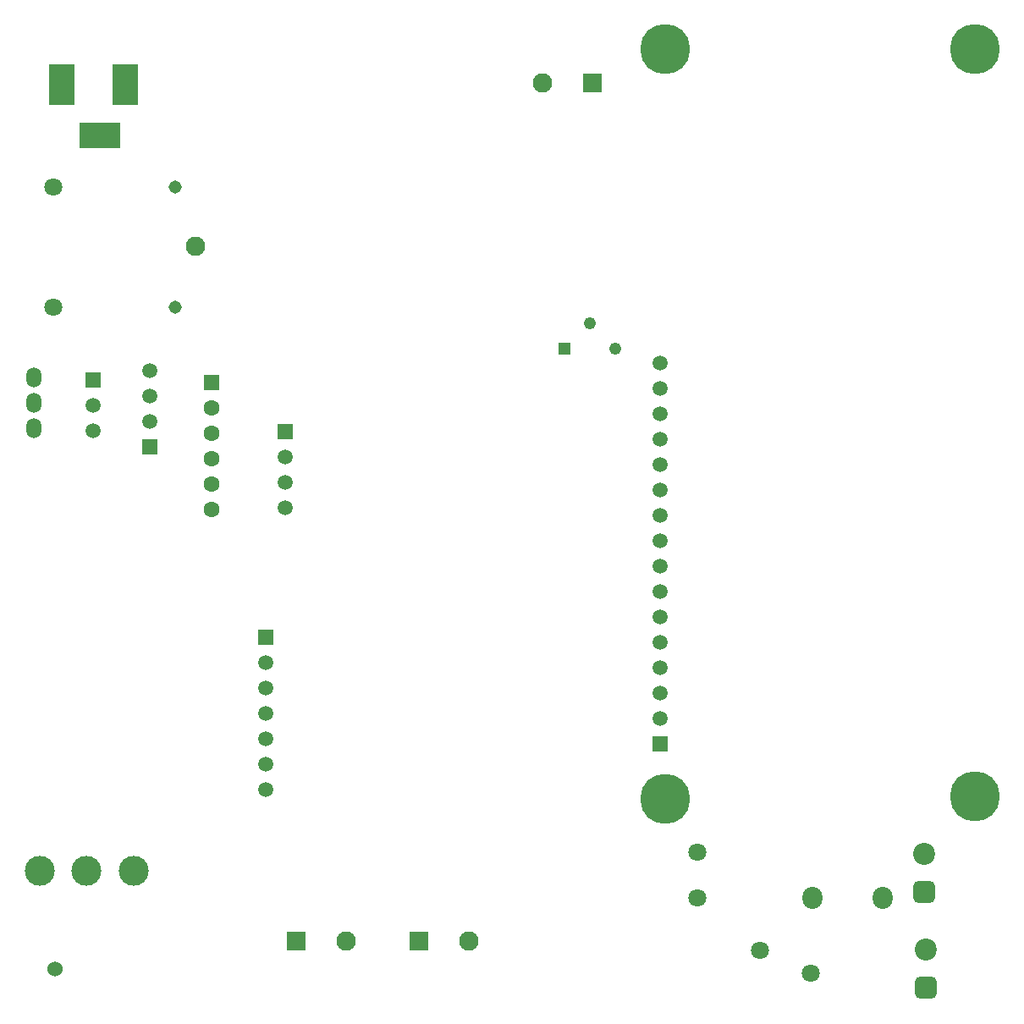
<source format=gbr>
%TF.GenerationSoftware,Altium Limited,Altium Designer,24.9.1 (31)*%
G04 Layer_Color=255*
%FSLAX45Y45*%
%MOMM*%
%TF.SameCoordinates,54C84388-69FA-44E8-9161-08C7B8D1B229*%
%TF.FilePolarity,Positive*%
%TF.FileFunction,Pads,Bot*%
%TF.Part,Single*%
G01*
G75*
%TA.AperFunction,ViaPad*%
%ADD39C,1.52400*%
%TA.AperFunction,ComponentPad*%
%ADD40C,3.00000*%
%ADD41C,1.52000*%
%ADD42R,1.52000X1.52000*%
%ADD43C,1.80000*%
%ADD44R,1.95000X1.95000*%
%ADD45C,1.95000*%
%ADD46O,2.00000X2.20000*%
%ADD47C,5.00000*%
%ADD48C,1.50800*%
%ADD49R,1.50800X1.50800*%
%ADD50O,1.50000X2.00000*%
%ADD51C,1.60000*%
%ADD52R,1.60000X1.60000*%
%ADD53R,1.22200X1.22200*%
%ADD54C,1.22200*%
%ADD55C,1.30800*%
%ADD56R,4.06400X2.54000*%
%ADD57R,2.54000X4.06400*%
%ADD58C,1.50000*%
%ADD59R,1.50000X1.50000*%
G04:AMPARAMS|DCode=60|XSize=2.2mm|YSize=2.2mm|CornerRadius=0.55mm|HoleSize=0mm|Usage=FLASHONLY|Rotation=90.000|XOffset=0mm|YOffset=0mm|HoleType=Round|Shape=RoundedRectangle|*
%AMROUNDEDRECTD60*
21,1,2.20000,1.10000,0,0,90.0*
21,1,1.10000,2.20000,0,0,90.0*
1,1,1.10000,0.55000,0.55000*
1,1,1.10000,0.55000,-0.55000*
1,1,1.10000,-0.55000,-0.55000*
1,1,1.10000,-0.55000,0.55000*
%
%ADD60ROUNDEDRECTD60*%
%ADD61C,2.20000*%
D39*
X450000Y450000D02*
D03*
D40*
X760161Y1428000D02*
D03*
X290161D02*
D03*
X1230161D02*
D03*
D41*
X2552700Y3004820D02*
D03*
Y2242820D02*
D03*
Y2496820D02*
D03*
Y2750820D02*
D03*
Y3512820D02*
D03*
Y3258820D02*
D03*
X828040Y6085840D02*
D03*
Y5831840D02*
D03*
X1391920Y6438900D02*
D03*
Y6184900D02*
D03*
Y5930900D02*
D03*
D42*
X2552700Y3766820D02*
D03*
X828040Y6339840D02*
D03*
X1391920Y5676900D02*
D03*
D43*
X7500620Y640080D02*
D03*
X8008620Y411480D02*
D03*
X6875340Y1619780D02*
D03*
Y1159780D02*
D03*
X431400Y7070800D02*
D03*
Y8270800D02*
D03*
D44*
X2862960Y730080D02*
D03*
X5826380Y9311640D02*
D03*
X4089400Y730080D02*
D03*
D45*
X3362960D02*
D03*
X5326380Y9311640D02*
D03*
X4589400Y730080D02*
D03*
X1851400Y7682800D02*
D03*
D46*
X8725340Y1159780D02*
D03*
X8025340D02*
D03*
D47*
X6550660Y9649460D02*
D03*
X9650660D02*
D03*
X9650060Y2178360D02*
D03*
X6550660Y2149460D02*
D03*
D48*
X6500660Y6509460D02*
D03*
Y6255460D02*
D03*
Y6001460D02*
D03*
Y5747460D02*
D03*
Y5493460D02*
D03*
Y5239460D02*
D03*
Y4985460D02*
D03*
Y4731460D02*
D03*
Y4477460D02*
D03*
Y4223460D02*
D03*
Y3715460D02*
D03*
Y3461460D02*
D03*
Y3207460D02*
D03*
Y2953460D02*
D03*
Y3969460D02*
D03*
D49*
Y2699460D02*
D03*
D50*
X236220Y5859780D02*
D03*
Y6113780D02*
D03*
Y6367780D02*
D03*
D51*
X2012640Y5045519D02*
D03*
Y5299519D02*
D03*
Y5553519D02*
D03*
Y5807519D02*
D03*
Y6061519D02*
D03*
D52*
Y6315519D02*
D03*
D53*
X5546000Y6657340D02*
D03*
D54*
X5800000Y6911340D02*
D03*
X6054000Y6657340D02*
D03*
D55*
X1651400Y8270800D02*
D03*
Y7070800D02*
D03*
D56*
X899160Y8788400D02*
D03*
D57*
X518160Y9296400D02*
D03*
X1153160D02*
D03*
D58*
X2753360Y5067300D02*
D03*
Y5321300D02*
D03*
Y5575300D02*
D03*
D59*
Y5829300D02*
D03*
D60*
X9157062Y266706D02*
D03*
X9141822Y1216666D02*
D03*
D61*
X9157062Y647706D02*
D03*
X9141822Y1597666D02*
D03*
%TF.MD5,fd65fd352eee0655cd140451c96cdd81*%
M02*

</source>
